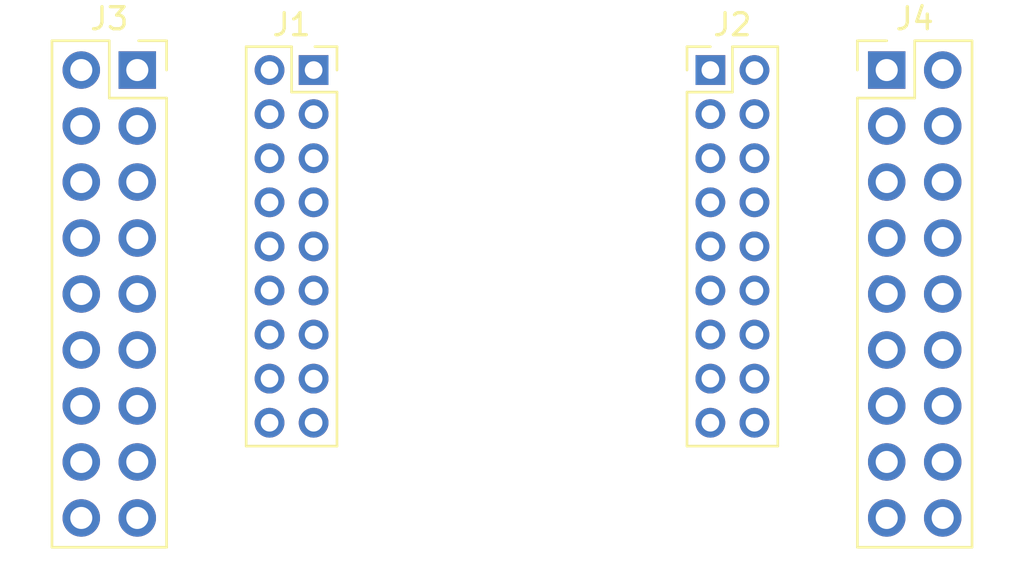
<source format=kicad_pcb>
(kicad_pcb (version 4) (host pcbnew 4.0.6-e0-6349~53~ubuntu16.04.1)

  (general
    (links 36)
    (no_connects 36)
    (area 152.696667 107.695 199.303334 134.725)
    (thickness 1.6)
    (drawings 0)
    (tracks 0)
    (zones 0)
    (modules 4)
    (nets 37)
  )

  (page A4)
  (title_block
    (rev 0.1)
  )

  (layers
    (0 F.Cu signal)
    (31 B.Cu signal)
    (32 B.Adhes user)
    (33 F.Adhes user)
    (34 B.Paste user)
    (35 F.Paste user)
    (36 B.SilkS user)
    (37 F.SilkS user)
    (38 B.Mask user)
    (39 F.Mask user)
    (40 Dwgs.User user)
    (41 Cmts.User user)
    (42 Eco1.User user)
    (43 Eco2.User user)
    (44 Edge.Cuts user)
    (45 Margin user)
    (46 B.CrtYd user)
    (47 F.CrtYd user)
    (48 B.Fab user)
    (49 F.Fab user)
  )

  (setup
    (last_trace_width 0.25)
    (trace_clearance 0.2)
    (zone_clearance 0.508)
    (zone_45_only no)
    (trace_min 0.2)
    (segment_width 0.2)
    (edge_width 0.15)
    (via_size 0.6)
    (via_drill 0.4)
    (via_min_size 0.4)
    (via_min_drill 0.3)
    (uvia_size 0.3)
    (uvia_drill 0.1)
    (uvias_allowed no)
    (uvia_min_size 0.2)
    (uvia_min_drill 0.1)
    (pcb_text_width 0.3)
    (pcb_text_size 1.5 1.5)
    (mod_edge_width 0.15)
    (mod_text_size 1 1)
    (mod_text_width 0.15)
    (pad_size 1.35 1.35)
    (pad_drill 0.8)
    (pad_to_mask_clearance 0.2)
    (aux_axis_origin 0 0)
    (visible_elements FFFFFF7F)
    (pcbplotparams
      (layerselection 0x00030_80000001)
      (usegerberextensions false)
      (excludeedgelayer true)
      (linewidth 0.100000)
      (plotframeref false)
      (viasonmask false)
      (mode 1)
      (useauxorigin false)
      (hpglpennumber 1)
      (hpglpenspeed 20)
      (hpglpendiameter 15)
      (hpglpenoverlay 2)
      (psnegative false)
      (psa4output false)
      (plotreference true)
      (plotvalue true)
      (plotinvisibletext false)
      (padsonsilk false)
      (subtractmaskfromsilk false)
      (outputformat 1)
      (mirror false)
      (drillshape 1)
      (scaleselection 1)
      (outputdirectory ""))
  )

  (net 0 "")
  (net 1 "Net-(J1-Pad1)")
  (net 2 "Net-(J1-Pad2)")
  (net 3 "Net-(J1-Pad3)")
  (net 4 "Net-(J1-Pad4)")
  (net 5 "Net-(J1-Pad5)")
  (net 6 "Net-(J1-Pad6)")
  (net 7 "Net-(J1-Pad7)")
  (net 8 "Net-(J1-Pad8)")
  (net 9 "Net-(J1-Pad9)")
  (net 10 "Net-(J1-Pad10)")
  (net 11 "Net-(J1-Pad11)")
  (net 12 "Net-(J1-Pad12)")
  (net 13 "Net-(J1-Pad13)")
  (net 14 "Net-(J1-Pad14)")
  (net 15 "Net-(J1-Pad15)")
  (net 16 "Net-(J1-Pad16)")
  (net 17 "Net-(J1-Pad17)")
  (net 18 "Net-(J1-Pad18)")
  (net 19 "Net-(J2-Pad1)")
  (net 20 "Net-(J2-Pad2)")
  (net 21 "Net-(J2-Pad3)")
  (net 22 "Net-(J2-Pad4)")
  (net 23 "Net-(J2-Pad5)")
  (net 24 "Net-(J2-Pad6)")
  (net 25 "Net-(J2-Pad7)")
  (net 26 "Net-(J2-Pad8)")
  (net 27 "Net-(J2-Pad9)")
  (net 28 "Net-(J2-Pad10)")
  (net 29 "Net-(J2-Pad11)")
  (net 30 "Net-(J2-Pad12)")
  (net 31 "Net-(J2-Pad13)")
  (net 32 "Net-(J2-Pad14)")
  (net 33 "Net-(J2-Pad15)")
  (net 34 "Net-(J2-Pad16)")
  (net 35 "Net-(J2-Pad17)")
  (net 36 "Net-(J2-Pad18)")

  (net_class Default "This is the default net class."
    (clearance 0.2)
    (trace_width 0.25)
    (via_dia 0.6)
    (via_drill 0.4)
    (uvia_dia 0.3)
    (uvia_drill 0.1)
    (add_net "Net-(J1-Pad1)")
    (add_net "Net-(J1-Pad10)")
    (add_net "Net-(J1-Pad11)")
    (add_net "Net-(J1-Pad12)")
    (add_net "Net-(J1-Pad13)")
    (add_net "Net-(J1-Pad14)")
    (add_net "Net-(J1-Pad15)")
    (add_net "Net-(J1-Pad16)")
    (add_net "Net-(J1-Pad17)")
    (add_net "Net-(J1-Pad18)")
    (add_net "Net-(J1-Pad2)")
    (add_net "Net-(J1-Pad3)")
    (add_net "Net-(J1-Pad4)")
    (add_net "Net-(J1-Pad5)")
    (add_net "Net-(J1-Pad6)")
    (add_net "Net-(J1-Pad7)")
    (add_net "Net-(J1-Pad8)")
    (add_net "Net-(J1-Pad9)")
    (add_net "Net-(J2-Pad1)")
    (add_net "Net-(J2-Pad10)")
    (add_net "Net-(J2-Pad11)")
    (add_net "Net-(J2-Pad12)")
    (add_net "Net-(J2-Pad13)")
    (add_net "Net-(J2-Pad14)")
    (add_net "Net-(J2-Pad15)")
    (add_net "Net-(J2-Pad16)")
    (add_net "Net-(J2-Pad17)")
    (add_net "Net-(J2-Pad18)")
    (add_net "Net-(J2-Pad2)")
    (add_net "Net-(J2-Pad3)")
    (add_net "Net-(J2-Pad4)")
    (add_net "Net-(J2-Pad5)")
    (add_net "Net-(J2-Pad6)")
    (add_net "Net-(J2-Pad7)")
    (add_net "Net-(J2-Pad8)")
    (add_net "Net-(J2-Pad9)")
  )

  (module Socket_Strips:Socket_Strip_Straight_2x09_Pitch2.00mm (layer F.Cu) (tedit 58CD5450) (tstamp 5941ADB5)
    (at 167 111)
    (descr "Through hole straight socket strip, 2x09, 2.00mm pitch, double rows")
    (tags "Through hole socket strip THT 2x09 2.00mm double row")
    (path /594057EB)
    (fp_text reference J1 (at -1 -2.06) (layer F.SilkS)
      (effects (font (size 1 1) (thickness 0.15)))
    )
    (fp_text value CONN_02X09 (at -1 18.06) (layer F.Fab)
      (effects (font (size 1 1) (thickness 0.15)))
    )
    (fp_line (start -3 -1) (end -3 17) (layer F.Fab) (width 0.1))
    (fp_line (start -3 17) (end 1 17) (layer F.Fab) (width 0.1))
    (fp_line (start 1 17) (end 1 -1) (layer F.Fab) (width 0.1))
    (fp_line (start 1 -1) (end -3 -1) (layer F.Fab) (width 0.1))
    (fp_line (start 1.06 1) (end 1.06 17.06) (layer F.SilkS) (width 0.12))
    (fp_line (start 1.06 17.06) (end -3.06 17.06) (layer F.SilkS) (width 0.12))
    (fp_line (start -3.06 17.06) (end -3.06 -1.06) (layer F.SilkS) (width 0.12))
    (fp_line (start -3.06 -1.06) (end -1 -1.06) (layer F.SilkS) (width 0.12))
    (fp_line (start -1 -1.06) (end -1 1) (layer F.SilkS) (width 0.12))
    (fp_line (start -1 1) (end 1.06 1) (layer F.SilkS) (width 0.12))
    (fp_line (start 1.06 0) (end 1.06 -1.06) (layer F.SilkS) (width 0.12))
    (fp_line (start 1.06 -1.06) (end 0.06 -1.06) (layer F.SilkS) (width 0.12))
    (fp_line (start -3.5 -1.5) (end -3.5 17.5) (layer F.CrtYd) (width 0.05))
    (fp_line (start -3.5 17.5) (end 1.5 17.5) (layer F.CrtYd) (width 0.05))
    (fp_line (start 1.5 17.5) (end 1.5 -1.5) (layer F.CrtYd) (width 0.05))
    (fp_line (start 1.5 -1.5) (end -3.5 -1.5) (layer F.CrtYd) (width 0.05))
    (fp_text user %R (at -1 -2.06) (layer F.Fab)
      (effects (font (size 1 1) (thickness 0.15)))
    )
    (pad 1 thru_hole rect (at 0 0) (size 1.35 1.35) (drill 0.8) (layers *.Cu *.Mask)
      (net 1 "Net-(J1-Pad1)"))
    (pad 2 thru_hole oval (at -2 0) (size 1.35 1.35) (drill 0.8) (layers *.Cu *.Mask)
      (net 2 "Net-(J1-Pad2)"))
    (pad 3 thru_hole oval (at 0 2) (size 1.35 1.35) (drill 0.8) (layers *.Cu *.Mask)
      (net 3 "Net-(J1-Pad3)"))
    (pad 4 thru_hole oval (at -2 2) (size 1.35 1.35) (drill 0.8) (layers *.Cu *.Mask)
      (net 4 "Net-(J1-Pad4)"))
    (pad 5 thru_hole oval (at 0 4) (size 1.35 1.35) (drill 0.8) (layers *.Cu *.Mask)
      (net 5 "Net-(J1-Pad5)"))
    (pad 6 thru_hole oval (at -2 4) (size 1.35 1.35) (drill 0.8) (layers *.Cu *.Mask)
      (net 6 "Net-(J1-Pad6)"))
    (pad 7 thru_hole oval (at 0 6) (size 1.35 1.35) (drill 0.8) (layers *.Cu *.Mask)
      (net 7 "Net-(J1-Pad7)"))
    (pad 8 thru_hole oval (at -2 6) (size 1.35 1.35) (drill 0.8) (layers *.Cu *.Mask)
      (net 8 "Net-(J1-Pad8)"))
    (pad 9 thru_hole oval (at 0 8) (size 1.35 1.35) (drill 0.8) (layers *.Cu *.Mask)
      (net 9 "Net-(J1-Pad9)"))
    (pad 10 thru_hole oval (at -2 8) (size 1.35 1.35) (drill 0.8) (layers *.Cu *.Mask)
      (net 10 "Net-(J1-Pad10)"))
    (pad 11 thru_hole oval (at 0 10) (size 1.35 1.35) (drill 0.8) (layers *.Cu *.Mask)
      (net 11 "Net-(J1-Pad11)"))
    (pad 12 thru_hole oval (at -2 10) (size 1.35 1.35) (drill 0.8) (layers *.Cu *.Mask)
      (net 12 "Net-(J1-Pad12)"))
    (pad 13 thru_hole oval (at 0 12) (size 1.35 1.35) (drill 0.8) (layers *.Cu *.Mask)
      (net 13 "Net-(J1-Pad13)"))
    (pad 14 thru_hole oval (at -2 12) (size 1.35 1.35) (drill 0.8) (layers *.Cu *.Mask)
      (net 14 "Net-(J1-Pad14)"))
    (pad 15 thru_hole oval (at 0 14) (size 1.35 1.35) (drill 0.8) (layers *.Cu *.Mask)
      (net 15 "Net-(J1-Pad15)"))
    (pad 16 thru_hole oval (at -2 14) (size 1.35 1.35) (drill 0.8) (layers *.Cu *.Mask)
      (net 16 "Net-(J1-Pad16)"))
    (pad 17 thru_hole oval (at 0 16) (size 1.35 1.35) (drill 0.8) (layers *.Cu *.Mask)
      (net 17 "Net-(J1-Pad17)"))
    (pad 18 thru_hole oval (at -2 16) (size 1.35 1.35) (drill 0.8) (layers *.Cu *.Mask)
      (net 18 "Net-(J1-Pad18)"))
    (model ${KISYS3DMOD}/Socket_Strips.3dshapes/Socket_Strip_Straight_2x09_Pitch2.00mm.wrl
      (at (xyz 0 0 0))
      (scale (xyz 1 1 1))
      (rotate (xyz 0 0 0))
    )
  )

  (module Pin_Headers:Pin_Header_Straight_2x09_Pitch2.00mm (layer F.Cu) (tedit 58CD4ECD) (tstamp 5941ADCB)
    (at 185 111)
    (descr "Through hole straight pin header, 2x09, 2.00mm pitch, double rows")
    (tags "Through hole pin header THT 2x09 2.00mm double row")
    (path /5941AE08)
    (fp_text reference J2 (at 1 -2.06) (layer F.SilkS)
      (effects (font (size 1 1) (thickness 0.15)))
    )
    (fp_text value CONN_02X09 (at 1 18.06) (layer F.Fab)
      (effects (font (size 1 1) (thickness 0.15)))
    )
    (fp_line (start -1 -1) (end -1 17) (layer F.Fab) (width 0.1))
    (fp_line (start -1 17) (end 3 17) (layer F.Fab) (width 0.1))
    (fp_line (start 3 17) (end 3 -1) (layer F.Fab) (width 0.1))
    (fp_line (start 3 -1) (end -1 -1) (layer F.Fab) (width 0.1))
    (fp_line (start -1.06 1) (end -1.06 17.06) (layer F.SilkS) (width 0.12))
    (fp_line (start -1.06 17.06) (end 3.06 17.06) (layer F.SilkS) (width 0.12))
    (fp_line (start 3.06 17.06) (end 3.06 -1.06) (layer F.SilkS) (width 0.12))
    (fp_line (start 3.06 -1.06) (end 1 -1.06) (layer F.SilkS) (width 0.12))
    (fp_line (start 1 -1.06) (end 1 1) (layer F.SilkS) (width 0.12))
    (fp_line (start 1 1) (end -1.06 1) (layer F.SilkS) (width 0.12))
    (fp_line (start -1.06 0) (end -1.06 -1.06) (layer F.SilkS) (width 0.12))
    (fp_line (start -1.06 -1.06) (end 0 -1.06) (layer F.SilkS) (width 0.12))
    (fp_line (start -1.5 -1.5) (end -1.5 17.5) (layer F.CrtYd) (width 0.05))
    (fp_line (start -1.5 17.5) (end 3.5 17.5) (layer F.CrtYd) (width 0.05))
    (fp_line (start 3.5 17.5) (end 3.5 -1.5) (layer F.CrtYd) (width 0.05))
    (fp_line (start 3.5 -1.5) (end -1.5 -1.5) (layer F.CrtYd) (width 0.05))
    (fp_text user %R (at 1 -2.06) (layer F.Fab)
      (effects (font (size 1 1) (thickness 0.15)))
    )
    (pad 1 thru_hole rect (at 0 0) (size 1.35 1.35) (drill 0.8) (layers *.Cu *.Mask)
      (net 19 "Net-(J2-Pad1)"))
    (pad 2 thru_hole oval (at 2 0) (size 1.35 1.35) (drill 0.8) (layers *.Cu *.Mask)
      (net 20 "Net-(J2-Pad2)"))
    (pad 3 thru_hole oval (at 0 2) (size 1.35 1.35) (drill 0.8) (layers *.Cu *.Mask)
      (net 21 "Net-(J2-Pad3)"))
    (pad 4 thru_hole oval (at 2 2) (size 1.35 1.35) (drill 0.8) (layers *.Cu *.Mask)
      (net 22 "Net-(J2-Pad4)"))
    (pad 5 thru_hole oval (at 0 4) (size 1.35 1.35) (drill 0.8) (layers *.Cu *.Mask)
      (net 23 "Net-(J2-Pad5)"))
    (pad 6 thru_hole oval (at 2 4) (size 1.35 1.35) (drill 0.8) (layers *.Cu *.Mask)
      (net 24 "Net-(J2-Pad6)"))
    (pad 7 thru_hole oval (at 0 6) (size 1.35 1.35) (drill 0.8) (layers *.Cu *.Mask)
      (net 25 "Net-(J2-Pad7)"))
    (pad 8 thru_hole oval (at 2 6) (size 1.35 1.35) (drill 0.8) (layers *.Cu *.Mask)
      (net 26 "Net-(J2-Pad8)"))
    (pad 9 thru_hole oval (at 0 8) (size 1.35 1.35) (drill 0.8) (layers *.Cu *.Mask)
      (net 27 "Net-(J2-Pad9)"))
    (pad 10 thru_hole oval (at 2 8) (size 1.35 1.35) (drill 0.8) (layers *.Cu *.Mask)
      (net 28 "Net-(J2-Pad10)"))
    (pad 11 thru_hole oval (at 0 10) (size 1.35 1.35) (drill 0.8) (layers *.Cu *.Mask)
      (net 29 "Net-(J2-Pad11)"))
    (pad 12 thru_hole oval (at 2 10) (size 1.35 1.35) (drill 0.8) (layers *.Cu *.Mask)
      (net 30 "Net-(J2-Pad12)"))
    (pad 13 thru_hole oval (at 0 12) (size 1.35 1.35) (drill 0.8) (layers *.Cu *.Mask)
      (net 31 "Net-(J2-Pad13)"))
    (pad 14 thru_hole oval (at 2 12) (size 1.35 1.35) (drill 0.8) (layers *.Cu *.Mask)
      (net 32 "Net-(J2-Pad14)"))
    (pad 15 thru_hole oval (at 0 14) (size 1.35 1.35) (drill 0.8) (layers *.Cu *.Mask)
      (net 33 "Net-(J2-Pad15)"))
    (pad 16 thru_hole oval (at 2 14) (size 1.35 1.35) (drill 0.8) (layers *.Cu *.Mask)
      (net 34 "Net-(J2-Pad16)"))
    (pad 17 thru_hole oval (at 0 16) (size 1.35 1.35) (drill 0.8) (layers *.Cu *.Mask)
      (net 35 "Net-(J2-Pad17)"))
    (pad 18 thru_hole oval (at 2 16) (size 1.35 1.35) (drill 0.8) (layers *.Cu *.Mask)
      (net 36 "Net-(J2-Pad18)"))
    (model ${KISYS3DMOD}/Pin_Headers.3dshapes/Pin_Header_Straight_2x09_Pitch2.00mm.wrl
      (at (xyz 0 0 0))
      (scale (xyz 1 1 1))
      (rotate (xyz 0 0 0))
    )
  )

  (module Socket_Strips:Socket_Strip_Straight_2x09_Pitch2.54mm (layer F.Cu) (tedit 58CD5449) (tstamp 5941ADE1)
    (at 159 111)
    (descr "Through hole straight socket strip, 2x09, 2.54mm pitch, double rows")
    (tags "Through hole socket strip THT 2x09 2.54mm double row")
    (path /59405768)
    (fp_text reference J3 (at -1.27 -2.33) (layer F.SilkS)
      (effects (font (size 1 1) (thickness 0.15)))
    )
    (fp_text value CONN_02X09 (at -1.27 22.65) (layer F.Fab)
      (effects (font (size 1 1) (thickness 0.15)))
    )
    (fp_line (start -3.81 -1.27) (end -3.81 21.59) (layer F.Fab) (width 0.1))
    (fp_line (start -3.81 21.59) (end 1.27 21.59) (layer F.Fab) (width 0.1))
    (fp_line (start 1.27 21.59) (end 1.27 -1.27) (layer F.Fab) (width 0.1))
    (fp_line (start 1.27 -1.27) (end -3.81 -1.27) (layer F.Fab) (width 0.1))
    (fp_line (start 1.33 1.27) (end 1.33 21.65) (layer F.SilkS) (width 0.12))
    (fp_line (start 1.33 21.65) (end -3.87 21.65) (layer F.SilkS) (width 0.12))
    (fp_line (start -3.87 21.65) (end -3.87 -1.33) (layer F.SilkS) (width 0.12))
    (fp_line (start -3.87 -1.33) (end -1.27 -1.33) (layer F.SilkS) (width 0.12))
    (fp_line (start -1.27 -1.33) (end -1.27 1.27) (layer F.SilkS) (width 0.12))
    (fp_line (start -1.27 1.27) (end 1.33 1.27) (layer F.SilkS) (width 0.12))
    (fp_line (start 1.33 0) (end 1.33 -1.33) (layer F.SilkS) (width 0.12))
    (fp_line (start 1.33 -1.33) (end 0.06 -1.33) (layer F.SilkS) (width 0.12))
    (fp_line (start -4.35 -1.8) (end -4.35 22.1) (layer F.CrtYd) (width 0.05))
    (fp_line (start -4.35 22.1) (end 1.8 22.1) (layer F.CrtYd) (width 0.05))
    (fp_line (start 1.8 22.1) (end 1.8 -1.8) (layer F.CrtYd) (width 0.05))
    (fp_line (start 1.8 -1.8) (end -4.35 -1.8) (layer F.CrtYd) (width 0.05))
    (fp_text user %R (at -1.27 -2.33) (layer F.Fab)
      (effects (font (size 1 1) (thickness 0.15)))
    )
    (pad 1 thru_hole rect (at 0 0) (size 1.7 1.7) (drill 1) (layers *.Cu *.Mask)
      (net 1 "Net-(J1-Pad1)"))
    (pad 2 thru_hole oval (at -2.54 0) (size 1.7 1.7) (drill 1) (layers *.Cu *.Mask)
      (net 2 "Net-(J1-Pad2)"))
    (pad 3 thru_hole oval (at 0 2.54) (size 1.7 1.7) (drill 1) (layers *.Cu *.Mask)
      (net 3 "Net-(J1-Pad3)"))
    (pad 4 thru_hole oval (at -2.54 2.54) (size 1.7 1.7) (drill 1) (layers *.Cu *.Mask)
      (net 4 "Net-(J1-Pad4)"))
    (pad 5 thru_hole oval (at 0 5.08) (size 1.7 1.7) (drill 1) (layers *.Cu *.Mask)
      (net 5 "Net-(J1-Pad5)"))
    (pad 6 thru_hole oval (at -2.54 5.08) (size 1.7 1.7) (drill 1) (layers *.Cu *.Mask)
      (net 6 "Net-(J1-Pad6)"))
    (pad 7 thru_hole oval (at 0 7.62) (size 1.7 1.7) (drill 1) (layers *.Cu *.Mask)
      (net 7 "Net-(J1-Pad7)"))
    (pad 8 thru_hole oval (at -2.54 7.62) (size 1.7 1.7) (drill 1) (layers *.Cu *.Mask)
      (net 8 "Net-(J1-Pad8)"))
    (pad 9 thru_hole oval (at 0 10.16) (size 1.7 1.7) (drill 1) (layers *.Cu *.Mask)
      (net 9 "Net-(J1-Pad9)"))
    (pad 10 thru_hole oval (at -2.54 10.16) (size 1.7 1.7) (drill 1) (layers *.Cu *.Mask)
      (net 10 "Net-(J1-Pad10)"))
    (pad 11 thru_hole oval (at 0 12.7) (size 1.7 1.7) (drill 1) (layers *.Cu *.Mask)
      (net 11 "Net-(J1-Pad11)"))
    (pad 12 thru_hole oval (at -2.54 12.7) (size 1.7 1.7) (drill 1) (layers *.Cu *.Mask)
      (net 12 "Net-(J1-Pad12)"))
    (pad 13 thru_hole oval (at 0 15.24) (size 1.7 1.7) (drill 1) (layers *.Cu *.Mask)
      (net 13 "Net-(J1-Pad13)"))
    (pad 14 thru_hole oval (at -2.54 15.24) (size 1.7 1.7) (drill 1) (layers *.Cu *.Mask)
      (net 14 "Net-(J1-Pad14)"))
    (pad 15 thru_hole oval (at 0 17.78) (size 1.7 1.7) (drill 1) (layers *.Cu *.Mask)
      (net 15 "Net-(J1-Pad15)"))
    (pad 16 thru_hole oval (at -2.54 17.78) (size 1.7 1.7) (drill 1) (layers *.Cu *.Mask)
      (net 16 "Net-(J1-Pad16)"))
    (pad 17 thru_hole oval (at 0 20.32) (size 1.7 1.7) (drill 1) (layers *.Cu *.Mask)
      (net 17 "Net-(J1-Pad17)"))
    (pad 18 thru_hole oval (at -2.54 20.32) (size 1.7 1.7) (drill 1) (layers *.Cu *.Mask)
      (net 18 "Net-(J1-Pad18)"))
    (model ${KISYS3DMOD}/Socket_Strips.3dshapes/Socket_Strip_Straight_2x09_Pitch2.54mm.wrl
      (at (xyz -0.05 -0.4 0))
      (scale (xyz 1 1 1))
      (rotate (xyz 0 0 270))
    )
  )

  (module Pin_Headers:Pin_Header_Straight_2x09_Pitch2.54mm (layer F.Cu) (tedit 58CD4EC5) (tstamp 5941ADF7)
    (at 193 111)
    (descr "Through hole straight pin header, 2x09, 2.54mm pitch, double rows")
    (tags "Through hole pin header THT 2x09 2.54mm double row")
    (path /5941AE02)
    (fp_text reference J4 (at 1.27 -2.33) (layer F.SilkS)
      (effects (font (size 1 1) (thickness 0.15)))
    )
    (fp_text value CONN_02X09 (at 1.27 22.65) (layer F.Fab)
      (effects (font (size 1 1) (thickness 0.15)))
    )
    (fp_line (start -1.27 -1.27) (end -1.27 21.59) (layer F.Fab) (width 0.1))
    (fp_line (start -1.27 21.59) (end 3.81 21.59) (layer F.Fab) (width 0.1))
    (fp_line (start 3.81 21.59) (end 3.81 -1.27) (layer F.Fab) (width 0.1))
    (fp_line (start 3.81 -1.27) (end -1.27 -1.27) (layer F.Fab) (width 0.1))
    (fp_line (start -1.33 1.27) (end -1.33 21.65) (layer F.SilkS) (width 0.12))
    (fp_line (start -1.33 21.65) (end 3.87 21.65) (layer F.SilkS) (width 0.12))
    (fp_line (start 3.87 21.65) (end 3.87 -1.33) (layer F.SilkS) (width 0.12))
    (fp_line (start 3.87 -1.33) (end 1.27 -1.33) (layer F.SilkS) (width 0.12))
    (fp_line (start 1.27 -1.33) (end 1.27 1.27) (layer F.SilkS) (width 0.12))
    (fp_line (start 1.27 1.27) (end -1.33 1.27) (layer F.SilkS) (width 0.12))
    (fp_line (start -1.33 0) (end -1.33 -1.33) (layer F.SilkS) (width 0.12))
    (fp_line (start -1.33 -1.33) (end 0 -1.33) (layer F.SilkS) (width 0.12))
    (fp_line (start -1.8 -1.8) (end -1.8 22.1) (layer F.CrtYd) (width 0.05))
    (fp_line (start -1.8 22.1) (end 4.35 22.1) (layer F.CrtYd) (width 0.05))
    (fp_line (start 4.35 22.1) (end 4.35 -1.8) (layer F.CrtYd) (width 0.05))
    (fp_line (start 4.35 -1.8) (end -1.8 -1.8) (layer F.CrtYd) (width 0.05))
    (fp_text user %R (at 1.27 -2.33) (layer F.Fab)
      (effects (font (size 1 1) (thickness 0.15)))
    )
    (pad 1 thru_hole rect (at 0 0) (size 1.7 1.7) (drill 1) (layers *.Cu *.Mask)
      (net 19 "Net-(J2-Pad1)"))
    (pad 2 thru_hole oval (at 2.54 0) (size 1.7 1.7) (drill 1) (layers *.Cu *.Mask)
      (net 20 "Net-(J2-Pad2)"))
    (pad 3 thru_hole oval (at 0 2.54) (size 1.7 1.7) (drill 1) (layers *.Cu *.Mask)
      (net 21 "Net-(J2-Pad3)"))
    (pad 4 thru_hole oval (at 2.54 2.54) (size 1.7 1.7) (drill 1) (layers *.Cu *.Mask)
      (net 22 "Net-(J2-Pad4)"))
    (pad 5 thru_hole oval (at 0 5.08) (size 1.7 1.7) (drill 1) (layers *.Cu *.Mask)
      (net 23 "Net-(J2-Pad5)"))
    (pad 6 thru_hole oval (at 2.54 5.08) (size 1.7 1.7) (drill 1) (layers *.Cu *.Mask)
      (net 24 "Net-(J2-Pad6)"))
    (pad 7 thru_hole oval (at 0 7.62) (size 1.7 1.7) (drill 1) (layers *.Cu *.Mask)
      (net 25 "Net-(J2-Pad7)"))
    (pad 8 thru_hole oval (at 2.54 7.62) (size 1.7 1.7) (drill 1) (layers *.Cu *.Mask)
      (net 26 "Net-(J2-Pad8)"))
    (pad 9 thru_hole oval (at 0 10.16) (size 1.7 1.7) (drill 1) (layers *.Cu *.Mask)
      (net 27 "Net-(J2-Pad9)"))
    (pad 10 thru_hole oval (at 2.54 10.16) (size 1.7 1.7) (drill 1) (layers *.Cu *.Mask)
      (net 28 "Net-(J2-Pad10)"))
    (pad 11 thru_hole oval (at 0 12.7) (size 1.7 1.7) (drill 1) (layers *.Cu *.Mask)
      (net 29 "Net-(J2-Pad11)"))
    (pad 12 thru_hole oval (at 2.54 12.7) (size 1.7 1.7) (drill 1) (layers *.Cu *.Mask)
      (net 30 "Net-(J2-Pad12)"))
    (pad 13 thru_hole oval (at 0 15.24) (size 1.7 1.7) (drill 1) (layers *.Cu *.Mask)
      (net 31 "Net-(J2-Pad13)"))
    (pad 14 thru_hole oval (at 2.54 15.24) (size 1.7 1.7) (drill 1) (layers *.Cu *.Mask)
      (net 32 "Net-(J2-Pad14)"))
    (pad 15 thru_hole oval (at 0 17.78) (size 1.7 1.7) (drill 1) (layers *.Cu *.Mask)
      (net 33 "Net-(J2-Pad15)"))
    (pad 16 thru_hole oval (at 2.54 17.78) (size 1.7 1.7) (drill 1) (layers *.Cu *.Mask)
      (net 34 "Net-(J2-Pad16)"))
    (pad 17 thru_hole oval (at 0 20.32) (size 1.7 1.7) (drill 1) (layers *.Cu *.Mask)
      (net 35 "Net-(J2-Pad17)"))
    (pad 18 thru_hole oval (at 2.54 20.32) (size 1.7 1.7) (drill 1) (layers *.Cu *.Mask)
      (net 36 "Net-(J2-Pad18)"))
    (model ${KISYS3DMOD}/Pin_Headers.3dshapes/Pin_Header_Straight_2x09_Pitch2.54mm.wrl
      (at (xyz 0.05 -0.4 0))
      (scale (xyz 1 1 1))
      (rotate (xyz 0 0 90))
    )
  )

)

</source>
